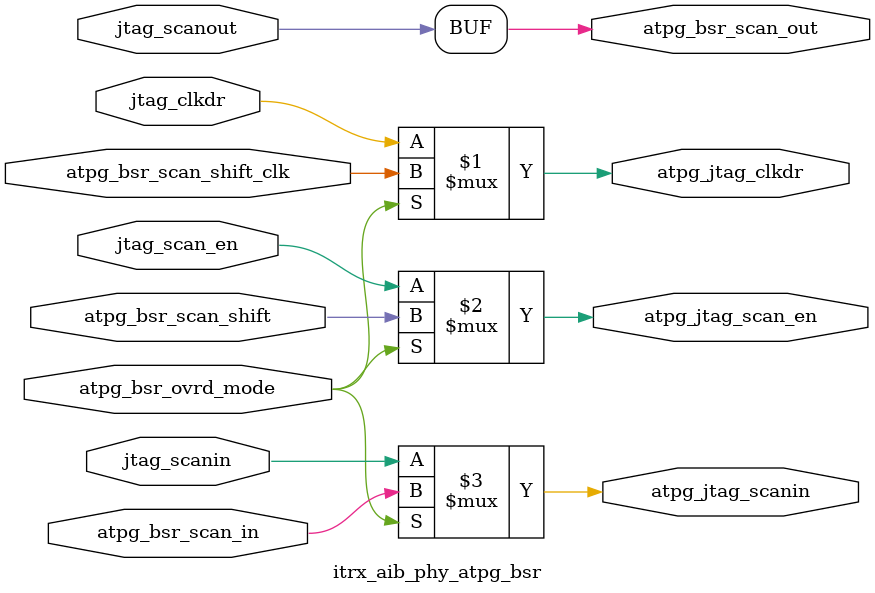
<source format=v>

/*

Instantiate one of these modules per AIB IO channel
for the purpose of over-riding the BSR/JTAG chain
with an ATPG chain.

The ATPG chain over-rides the BSR when the
atpg_ovrd_mode input signal is 1.
Otherwise (when atpg_ovrd_mode=0),
the JTAG chain is controlled by the JTAG TAP controller.

See:
  "Figure 8-12: AIB Boundary Scan Chain Used In ATPG Test"

From:
  "Common Heterogeneous Integration and
   Intellectual Property (IP) Reuse Strategies (CHIPS)
   AIB Architecture Overview V1.0"

The ATPG scan chain piggy-backs onto the boundary scan register (BSR) chain
within the AIB IO Channel.

The ATPG vs. JTAG mode use of the BSR chain is mutually exclusive.

Since the ATPG scan chains leverage the boundary scan infrastructure,
the flops along the chain are not reset-able.
A known pattern has to be shifted in to initialize the flops.

*/
//lint: This module contains combinatorial input to output paths.
//lint_checking IOCOMB off
module itrx_aib_phy_atpg_bsr(/*AUTOARG*/
   // Outputs
   atpg_bsr_scan_out, atpg_jtag_clkdr, atpg_jtag_scan_en,
   atpg_jtag_scanin,
   // Inputs
   atpg_bsr_ovrd_mode, atpg_bsr_scan_in, atpg_bsr_scan_shift_clk,
   atpg_bsr_scan_shift, jtag_clkdr, jtag_scan_en, jtag_scanin,
   jtag_scanout
   );

// Over-ride control signal from ATPG controller
input                    atpg_bsr_ovrd_mode;

// ATPG signals from codec
//
input                    atpg_bsr_scan_in;
input                    atpg_bsr_scan_shift_clk;
input                    atpg_bsr_scan_shift;
// ATPG signal to codec
output                   atpg_bsr_scan_out;

// BSR signals from JTAG TAP controller
//
input                    jtag_clkdr;
input                    jtag_scan_en;
input                    jtag_scanin;

// BSR signal from AIB IO Channel
input                    jtag_scanout;

// ATPG/BSR signals to AIB IO Channel
//
output                   atpg_jtag_clkdr;
output                   atpg_jtag_scan_en;
output                   atpg_jtag_scanin;

// Multiplex signals from ATPG code with signals from JTAG TAP. Select/over-ride by mode.
assign atpg_jtag_clkdr   = atpg_bsr_ovrd_mode ? atpg_bsr_scan_shift_clk : jtag_clkdr;
assign atpg_jtag_scan_en = atpg_bsr_ovrd_mode ? atpg_bsr_scan_shift     : jtag_scan_en;
assign atpg_jtag_scanin  = atpg_bsr_ovrd_mode ? atpg_bsr_scan_in        : jtag_scanin;

//lint: feed through scan out to ATPG port
//lint_checking FDTHRU off
assign atpg_bsr_scan_out = jtag_scanout;

endmodule

</source>
